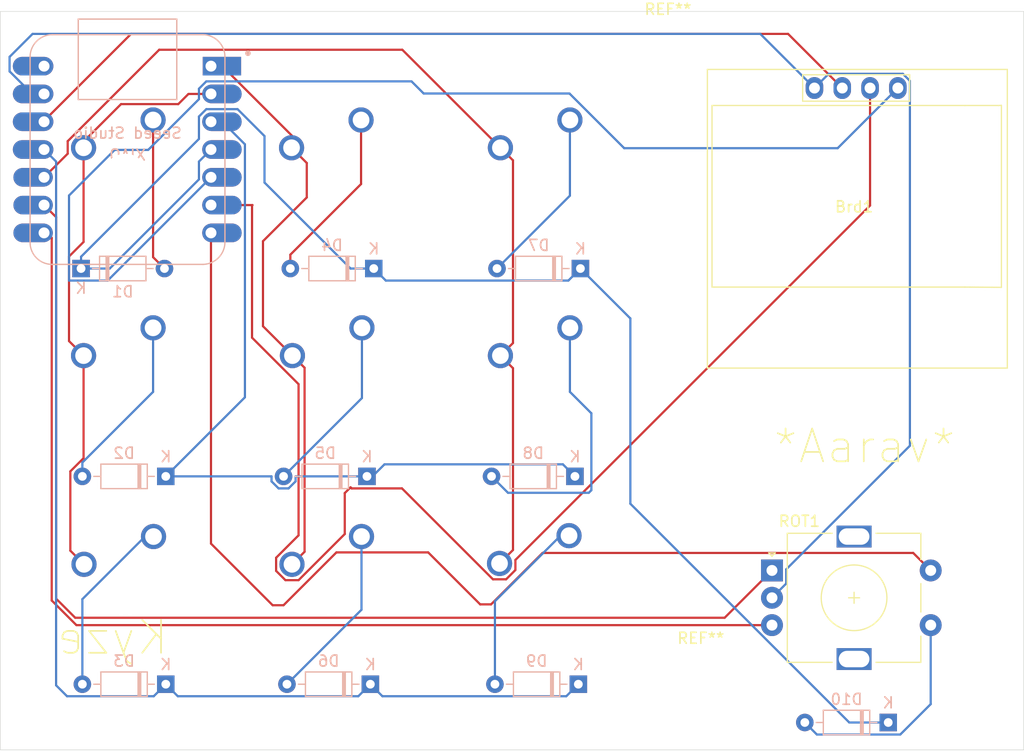
<source format=kicad_pcb>
(kicad_pcb (version 20240108) (generator "pcbnew") (generator_version "8.0")
  (layers (0 "F.Cu" signal) (31 "B.Cu" signal) (34 "B.Paste" user) (35 "F.Paste" user) (36 "B.SilkS" user "B.Silkscreen") (37 "F.SilkS" user "F.Silkscreen") (38 "B.Mask" user) (39 "F.Mask" user) (44 "Edge.Cuts" user))
  (net 0 "")
  (net 1 "Net-(D1-A)")
  (net 2 "ROW0")
  (net 3 "Net-(D2-A)")
  (net 4 "ROW1")
  (net 5 "EC11A")
  (net 6 "ROW2")
  (net 7 "GND")
  (net 8 "EC11B")
  (net 9 "COL0")
  (net 10 "COL1")
  (net 11 "Net-(D3-A)")
  (net 12 "VCC")
  (net 13 "Net-(D5-A)")
  (net 14 "Net-(D4-A)")
  (net 15 "SDA")
  (net 16 "SCL")
  (net 17 "Net-(D6-A)")
  (net 18 "COL2")
  (net 19 "Net-(D7-A)")
  (net 20 "Net-(D9-A)")
  (net 22 "Net-(D10-A)")
  (net 23 "COL3")
  (net 24 "Net-(D8-A)")
  (footprint "MX_Solderable:MX-Solderable-1U" (layer "F.Cu") (at 61.42 116.5)
    (property "Reference" "SW2")
    (property "Value" "SW_Push_45deg")
    (pad "" np_thru_hole circle (at -5.08 0 48.099) (size 1.7018 1.7018) (drill 1.7018) (layers "F&B.Cu" "*.Mask"))
    (pad "" np_thru_hole circle (at 0 0) (size 3.9878 3.9878) (drill 3.9878) (layers "*.Cu" "*.Mask"))
    (pad "" np_thru_hole circle (at 5.08 0 48.099) (size 1.7018 1.7018) (drill 1.7018) (layers "F&B.Cu" "*.Mask"))
    (pad "1" thru_hole circle (at -3.81 -2.54) (size 2.3 2.3) (drill 1.524) (layers "*.Cu" "B.Mask") (net 9 "COL0"))
    (pad "2" thru_hole circle (at 2.54 -5.08) (size 2.3 2.3) (drill 1.524) (layers "*.Cu" "B.Mask") (net 3 "Net-(D2-A)"))
  )
  (footprint "Rotary_Encoder:RotaryEncoder_Alps_EC11E-Switch_Vertical_H20mm" (layer "F.Cu") (at 120.5 133.6)
    (property "Reference" "ROT1" (at 2.5 -4.5 0) (layer "F.SilkS"))
    (property "Value" "RotaryEncoder_Switch")
    (fp_line (start -0.3 -1.6) (end 0.3 -1.6) (stroke (width 0.12)) (layer "F.SilkS"))
    (fp_line (start 0 -1.3) (end -0.3 -1.6) (stroke (width 0.12)) (layer "F.SilkS"))
    (fp_line (start 0.3 -1.6) (end 0 -1.3) (stroke (width 0.12)) (layer "F.SilkS"))
    (fp_line (start 1.4 -3.4) (end 1.4 8.4) (stroke (width 0.12)) (layer "F.SilkS"))
    (fp_line (start 5.5 -3.4) (end 1.4 -3.4) (stroke (width 0.12)) (layer "F.SilkS"))
    (fp_line (start 5.5 8.4) (end 1.4 8.4) (stroke (width 0.12)) (layer "F.SilkS"))
    (fp_line (start 7 2.5) (end 8 2.5) (stroke (width 0.12)) (layer "F.SilkS"))
    (fp_line (start 7.5 2) (end 7.5 3) (stroke (width 0.12)) (layer "F.SilkS"))
    (fp_line (start 9.5 -3.4) (end 13.6 -3.4) (stroke (width 0.12)) (layer "F.SilkS"))
    (fp_line (start 13.6 -3.4) (end 13.6 -1) (stroke (width 0.12)) (layer "F.SilkS"))
    (fp_line (start 13.6 1.2) (end 13.6 3.8) (stroke (width 0.12)) (layer "F.SilkS"))
    (fp_line (start 13.6 6) (end 13.6 8.4) (stroke (width 0.12)) (layer "F.SilkS"))
    (fp_line (start 13.6 8.4) (end 9.5 8.4) (stroke (width 0.12)) (layer "F.SilkS"))
    (fp_circle (center 7.5 2.5) (end 10.5 2.5) (stroke (width 0.12)) (fill none) (layer "F.SilkS"))
    (pad "A" thru_hole rect (at 0 0) (size 2 2) (drill 1) (layers "*.Cu" "*.Mask") (net 5 "EC11A"))
    (pad "B" thru_hole circle (at 0 5) (size 2 2) (drill 1) (layers "*.Cu" "*.Mask") (net 8 "EC11B"))
    (pad "C" thru_hole circle (at 0 2.5) (size 2 2) (drill 1) (layers "*.Cu" "*.Mask") (net 7 "GND"))
    (pad "MP" thru_hole rect (at 7.5 -3.1) (size 3.2 2) (drill oval 2.8 1.5) (layers "*.Cu" "*.Mask"))
    (pad "MP" thru_hole rect (at 7.5 8.1) (size 3.2 2) (drill oval 2.8 1.5) (layers "*.Cu" "*.Mask"))
    (pad "S1" thru_hole circle (at 14.5 5) (size 2 2) (drill 1) (layers "*.Cu" "*.Mask") (net 22 "Net-(D10-A)"))
    (pad "S2" thru_hole circle (at 14.5 0) (size 2 2) (drill 1) (layers "*.Cu" "*.Mask") (net 23 "COL3"))
  )
  (footprint "MountingHole:MountingHole_3.2mm_M3" (layer "F.Cu") (at 114 144)
    (property "Reference" "REF**" (at 0 -4.2 0) (layer "F.SilkS"))
    (property "Value" "MountingHole_3.2mm_M3")
    (pad "" np_thru_hole circle (at 0 0) (size 3.2 3.2) (drill 3.2) (layers "*.Cu" "*.Mask"))
  )
  (footprint "MX_Solderable:MX-Solderable-1U" (layer "F.Cu") (at 61.42 97.5)
    (property "Reference" "SW1")
    (property "Value" "SW_Push_45deg")
    (pad "" np_thru_hole circle (at -5.08 0 48.099) (size 1.7018 1.7018) (drill 1.7018) (layers "F&B.Cu" "*.Mask"))
    (pad "" np_thru_hole circle (at 0 0) (size 3.9878 3.9878) (drill 3.9878) (layers "*.Cu" "*.Mask"))
    (pad "" np_thru_hole circle (at 5.08 0 48.099) (size 1.7018 1.7018) (drill 1.7018) (layers "F&B.Cu" "*.Mask"))
    (pad "1" thru_hole circle (at -3.81 -2.54) (size 2.3 2.3) (drill 1.524) (layers "*.Cu" "B.Mask") (net 9 "COL0"))
    (pad "2" thru_hole circle (at 2.54 -5.08) (size 2.3 2.3) (drill 1.524) (layers "*.Cu" "B.Mask") (net 1 "Net-(D1-A)"))
  )
  (footprint "MX_Solderable:MX-Solderable-1U" (layer "F.Cu") (at 80.5 116.5)
    (property "Reference" "SW5")
    (property "Value" "SW_Push_45deg")
    (pad "" np_thru_hole circle (at -5.08 0 48.099) (size 1.7018 1.7018) (drill 1.7018) (layers "F&B.Cu" "*.Mask"))
    (pad "" np_thru_hole circle (at 0 0) (size 3.9878 3.9878) (drill 3.9878) (layers "*.Cu" "*.Mask"))
    (pad "" np_thru_hole circle (at 5.08 0 48.099) (size 1.7018 1.7018) (drill 1.7018) (layers "F&B.Cu" "*.Mask"))
    (pad "1" thru_hole circle (at -3.81 -2.54) (size 2.3 2.3) (drill 1.524) (layers "*.Cu" "B.Mask") (net 10 "COL1"))
    (pad "2" thru_hole circle (at 2.54 -5.08) (size 2.3 2.3) (drill 1.524) (layers "*.Cu" "B.Mask") (net 13 "Net-(D5-A)"))
  )
  (footprint "MX_Solderable:MX-Solderable-1U" (layer "F.Cu") (at 80.46 135.58)
    (property "Reference" "SW6")
    (property "Value" "SW_Push_45deg")
    (pad "" np_thru_hole circle (at -5.08 0 48.099) (size 1.7018 1.7018) (drill 1.7018) (layers "F&B.Cu" "*.Mask"))
    (pad "" np_thru_hole circle (at 0 0) (size 3.9878 3.9878) (drill 3.9878) (layers "*.Cu" "*.Mask"))
    (pad "" np_thru_hole circle (at 5.08 0 48.099) (size 1.7018 1.7018) (drill 1.7018) (layers "F&B.Cu" "*.Mask"))
    (pad "1" thru_hole circle (at -3.81 -2.54) (size 2.3 2.3) (drill 1.524) (layers "*.Cu" "B.Mask") (net 10 "COL1"))
    (pad "2" thru_hole circle (at 2.54 -5.08) (size 2.3 2.3) (drill 1.524) (layers "*.Cu" "B.Mask") (net 17 "Net-(D6-A)"))
  )
  (footprint "MX_Solderable:MX-Solderable-1U" (layer "F.Cu") (at 61.46 135.58)
    (property "Reference" "SW3")
    (property "Value" "SW_Push_45deg")
    (pad "" np_thru_hole circle (at -5.08 0 48.099) (size 1.7018 1.7018) (drill 1.7018) (layers "F&B.Cu" "*.Mask"))
    (pad "" np_thru_hole circle (at 0 0) (size 3.9878 3.9878) (drill 3.9878) (layers "*.Cu" "*.Mask"))
    (pad "" np_thru_hole circle (at 5.08 0 48.099) (size 1.7018 1.7018) (drill 1.7018) (layers "F&B.Cu" "*.Mask"))
    (pad "1" thru_hole circle (at -3.81 -2.54) (size 2.3 2.3) (drill 1.524) (layers "*.Cu" "B.Mask") (net 9 "COL0"))
    (pad "2" thru_hole circle (at 2.54 -5.08) (size 2.3 2.3) (drill 1.524) (layers "*.Cu" "B.Mask") (net 11 "Net-(D3-A)"))
  )
  (footprint "SSD1306:128x64OLED" (layer "F.Cu") (at 128 100.1)
    (property "Reference" "Brd1" (at 0 0.254 0) (layer "F.SilkS"))
    (property "Value" "SSD1306")
    (fp_line (start -13.4 -12.3) (end 14 -12.3) (stroke (width 0.12)) (layer "F.SilkS"))
    (fp_line (start -13.4 15) (end -13.4 -12.3) (stroke (width 0.12)) (layer "F.SilkS"))
    (fp_line (start -12.978 -9.005) (end 10.122 -9.005) (stroke (width 0.12)) (layer "F.SilkS"))
    (fp_line (start -12.978 7.595) (end -12.978 -9.005) (stroke (width 0.12)) (layer "F.SilkS"))
    (fp_line (start -4.699 -11.811) (end -4.699 -9.398) (stroke (width 0.12)) (layer "F.SilkS"))
    (fp_line (start -4.699 -11.811) (end 5.08 -11.811) (stroke (width 0.12)) (layer "F.SilkS"))
    (fp_line (start 5.08 -11.811) (end 5.08 -9.398) (stroke (width 0.12)) (layer "F.SilkS"))
    (fp_line (start 5.08 -9.398) (end -4.699 -9.398) (stroke (width 0.12)) (layer "F.SilkS"))
    (fp_line (start 10.122 -9.005) (end 13.208 -9.005) (stroke (width 0.12)) (layer "F.SilkS"))
    (fp_line (start 10.122 7.595) (end -12.978 7.595) (stroke (width 0.12)) (layer "F.SilkS"))
    (fp_line (start 10.122 7.595) (end 13.462 7.62) (stroke (width 0.12)) (layer "F.SilkS"))
    (fp_line (start 13.462 -9.017) (end 13.208 -9.005) (stroke (width 0.12)) (layer "F.SilkS"))
    (fp_line (start 13.462 7.62) (end 13.462 -9.017) (stroke (width 0.12)) (layer "F.SilkS"))
    (fp_line (start 14 -12.3) (end 14 15) (stroke (width 0.12)) (layer "F.SilkS"))
    (fp_line (start 14 15) (end -13.4 15) (stroke (width 0.12)) (layer "F.SilkS"))
    (pad "1" thru_hole oval (at -3.62 -10.6 90) (size 2 1.6) (drill 1) (layers "*.Cu" "*.Mask") (net 7 "GND"))
    (pad "2" thru_hole oval (at -1.08 -10.6 90) (size 2 1.6) (drill 1) (layers "*.Cu" "*.Mask") (net 12 "VCC"))
    (pad "3" thru_hole oval (at 1.46 -10.6 90) (size 2 1.6) (drill 1) (layers "*.Cu" "*.Mask") (net 16 "SCL"))
    (pad "4" thru_hole oval (at 4 -10.6 90) (size 2 1.6) (drill 1) (layers "*.Cu" "*.Mask") (net 15 "SDA"))
  )
  (footprint "MountingHole:MountingHole_3.2mm_M3" (layer "F.Cu") (at 111 86.5)
    (property "Reference" "REF**" (at 0 -4.2 0) (layer "F.SilkS"))
    (property "Value" "MountingHole_3.2mm_M3")
    (pad "" np_thru_hole circle (at 0 0) (size 3.2 3.2) (drill 3.2) (layers "*.Cu" "*.Mask"))
  )
  (footprint "MX_Solderable:MX-Solderable-1U" (layer "F.Cu") (at 99.5 116.5)
    (property "Reference" "SW8")
    (property "Value" "SW_Push_45deg")
    (pad "" np_thru_hole circle (at -5.08 0 48.099) (size 1.7018 1.7018) (drill 1.7018) (layers "F&B.Cu" "*.Mask"))
    (pad "" np_thru_hole circle (at 0 0) (size 3.9878 3.9878) (drill 3.9878) (layers "*.Cu" "*.Mask"))
    (pad "" np_thru_hole circle (at 5.08 0 48.099) (size 1.7018 1.7018) (drill 1.7018) (layers "F&B.Cu" "*.Mask"))
    (pad "1" thru_hole circle (at -3.81 -2.54) (size 2.3 2.3) (drill 1.524) (layers "*.Cu" "B.Mask") (net 18 "COL2"))
    (pad "2" thru_hole circle (at 2.54 -5.08) (size 2.3 2.3) (drill 1.524) (layers "*.Cu" "B.Mask") (net 24 "Net-(D8-A)"))
  )
  (footprint "MX_Solderable:MX-Solderable-1U" (layer "F.Cu") (at 80.42 97.5)
    (property "Reference" "SW4")
    (property "Value" "SW_Push_45deg")
    (pad "" np_thru_hole circle (at -5.08 0 48.099) (size 1.7018 1.7018) (drill 1.7018) (layers "F&B.Cu" "*.Mask"))
    (pad "" np_thru_hole circle (at 0 0) (size 3.9878 3.9878) (drill 3.9878) (layers "*.Cu" "*.Mask"))
    (pad "" np_thru_hole circle (at 5.08 0 48.099) (size 1.7018 1.7018) (drill 1.7018) (layers "F&B.Cu" "*.Mask"))
    (pad "1" thru_hole circle (at -3.81 -2.54) (size 2.3 2.3) (drill 1.524) (layers "*.Cu" "B.Mask") (net 10 "COL1"))
    (pad "2" thru_hole circle (at 2.54 -5.08) (size 2.3 2.3) (drill 1.524) (layers "*.Cu" "B.Mask") (net 14 "Net-(D4-A)"))
  )
  (footprint "MX_Solderable:MX-Solderable-1U" (layer "F.Cu") (at 99.5 97.5)
    (property "Reference" "SW7")
    (property "Value" "SW_Push_45deg")
    (pad "" np_thru_hole circle (at -5.08 0 48.099) (size 1.7018 1.7018) (drill 1.7018) (layers "F&B.Cu" "*.Mask"))
    (pad "" np_thru_hole circle (at 0 0) (size 3.9878 3.9878) (drill 3.9878) (layers "*.Cu" "*.Mask"))
    (pad "" np_thru_hole circle (at 5.08 0 48.099) (size 1.7018 1.7018) (drill 1.7018) (layers "F&B.Cu" "*.Mask"))
    (pad "1" thru_hole circle (at -3.81 -2.54) (size 2.3 2.3) (drill 1.524) (layers "*.Cu" "B.Mask") (net 18 "COL2"))
    (pad "2" thru_hole circle (at 2.54 -5.08) (size 2.3 2.3) (drill 1.524) (layers "*.Cu" "B.Mask") (net 19 "Net-(D7-A)"))
  )
  (footprint "MX_Solderable:MX-Solderable-1U" (layer "F.Cu") (at 99.42 135.5)
    (property "Reference" "SW9")
    (property "Value" "SW_Push_45deg")
    (pad "" np_thru_hole circle (at -5.08 0 48.099) (size 1.7018 1.7018) (drill 1.7018) (layers "F&B.Cu" "*.Mask"))
    (pad "" np_thru_hole circle (at 0 0) (size 3.9878 3.9878) (drill 3.9878) (layers "*.Cu" "*.Mask"))
    (pad "" np_thru_hole circle (at 5.08 0 48.099) (size 1.7018 1.7018) (drill 1.7018) (layers "F&B.Cu" "*.Mask"))
    (pad "1" thru_hole circle (at -3.81 -2.54) (size 2.3 2.3) (drill 1.524) (layers "*.Cu" "B.Mask") (net 18 "COL2"))
    (pad "2" thru_hole circle (at 2.54 -5.08) (size 2.3 2.3) (drill 1.524) (layers "*.Cu" "B.Mask") (net 20 "Net-(D9-A)"))
  )
  (footprint "Diode_THT:D_DO-35_SOD27_P7.62mm_Horizontal" (layer "B.Cu") (at 84.12 106 180)
    (property "Reference" "D4" (at 3.81 2.12 0) (layer "B.SilkS") (effects (justify mirror)))
    (property "Value" "D")
    (fp_line (start 5.93 1.12) (end 5.93 -1.12) (stroke (width 0.12)) (layer "B.SilkS"))
    (fp_line (start 5.93 0) (end 6.58 0) (stroke (width 0.12)) (layer "B.SilkS"))
    (fp_line (start 5.93 -1.12) (end 1.69 -1.12) (stroke (width 0.12)) (layer "B.SilkS"))
    (fp_line (start 2.53 -1.12) (end 2.53 1.12) (stroke (width 0.12)) (layer "B.SilkS"))
    (fp_line (start 2.41 -1.12) (end 2.41 1.12) (stroke (width 0.12)) (layer "B.SilkS"))
    (fp_line (start 2.29 -1.12) (end 2.29 1.12) (stroke (width 0.12)) (layer "B.SilkS"))
    (fp_line (start 1.69 1.12) (end 5.93 1.12) (stroke (width 0.12)) (layer "B.SilkS"))
    (fp_line (start 1.69 0) (end 1.04 0) (stroke (width 0.12)) (layer "B.SilkS"))
    (fp_line (start 1.69 -1.12) (end 1.69 1.12) (stroke (width 0.12)) (layer "B.SilkS"))
    (fp_text user "K" (at 0 1.8 0) (layer "B.SilkS") (effects (justify mirror)))
    (pad "1" thru_hole rect (at 0 0 180) (size 1.6 1.6) (drill 0.8) (layers "*.Cu" "*.Mask") (net 2 "ROW0"))
    (pad "2" thru_hole oval (at 7.62 0 180) (size 1.6 1.6) (drill 0.8) (layers "*.Cu" "*.Mask") (net 14 "Net-(D4-A)"))
  )
  (footprint "Diode_THT:D_DO-35_SOD27_P7.62mm_Horizontal" (layer "B.Cu") (at 65.12 125 180)
    (property "Reference" "D2" (at 3.81 2.12 0) (layer "B.SilkS") (effects (justify mirror)))
    (property "Value" "D")
    (fp_line (start 5.93 1.12) (end 5.93 -1.12) (stroke (width 0.12)) (layer "B.SilkS"))
    (fp_line (start 5.93 0) (end 6.58 0) (stroke (width 0.12)) (layer "B.SilkS"))
    (fp_line (start 5.93 -1.12) (end 1.69 -1.12) (stroke (width 0.12)) (layer "B.SilkS"))
    (fp_line (start 2.53 -1.12) (end 2.53 1.12) (stroke (width 0.12)) (layer "B.SilkS"))
    (fp_line (start 2.41 -1.12) (end 2.41 1.12) (stroke (width 0.12)) (layer "B.SilkS"))
    (fp_line (start 2.29 -1.12) (end 2.29 1.12) (stroke (width 0.12)) (layer "B.SilkS"))
    (fp_line (start 1.69 1.12) (end 5.93 1.12) (stroke (width 0.12)) (layer "B.SilkS"))
    (fp_line (start 1.69 0) (end 1.04 0) (stroke (width 0.12)) (layer "B.SilkS"))
    (fp_line (start 1.69 -1.12) (end 1.69 1.12) (stroke (width 0.12)) (layer "B.SilkS"))
    (fp_text user "K" (at 0 1.8 0) (layer "B.SilkS") (effects (justify mirror)))
    (pad "1" thru_hole rect (at 0 0 180) (size 1.6 1.6) (drill 0.8) (layers "*.Cu" "*.Mask") (net 4 "ROW1"))
    (pad "2" thru_hole oval (at 7.62 0 180) (size 1.6 1.6) (drill 0.8) (layers "*.Cu" "*.Mask") (net 3 "Net-(D2-A)"))
  )
  (footprint "Diode_THT:D_DO-35_SOD27_P7.62mm_Horizontal" (layer "B.Cu") (at 102.5 125 180)
    (property "Reference" "D8" (at 3.81 2.12 0) (layer "B.SilkS") (effects (justify mirror)))
    (property "Value" "D")
    (fp_line (start 5.93 1.12) (end 5.93 -1.12) (stroke (width 0.12)) (layer "B.SilkS"))
    (fp_line (start 5.93 0) (end 6.58 0) (stroke (width 0.12)) (layer "B.SilkS"))
    (fp_line (start 5.93 -1.12) (end 1.69 -1.12) (stroke (width 0.12)) (layer "B.SilkS"))
    (fp_line (start 2.53 -1.12) (end 2.53 1.12) (stroke (width 0.12)) (layer "B.SilkS"))
    (fp_line (start 2.41 -1.12) (end 2.41 1.12) (stroke (width 0.12)) (layer "B.SilkS"))
    (fp_line (start 2.29 -1.12) (end 2.29 1.12) (stroke (width 0.12)) (layer "B.SilkS"))
    (fp_line (start 1.69 1.12) (end 5.93 1.12) (stroke (width 0.12)) (layer "B.SilkS"))
    (fp_line (start 1.69 0) (end 1.04 0) (stroke (width 0.12)) (layer "B.SilkS"))
    (fp_line (start 1.69 -1.12) (end 1.69 1.12) (stroke (width 0.12)) (layer "B.SilkS"))
    (fp_text user "K" (at 0 1.8 0) (layer "B.SilkS") (effects (justify mirror)))
    (pad "1" thru_hole rect (at 0 0 180) (size 1.6 1.6) (drill 0.8) (layers "*.Cu" "*.Mask") (net 4 "ROW1"))
    (pad "2" thru_hole oval (at 7.62 0 180) (size 1.6 1.6) (drill 0.8) (layers "*.Cu" "*.Mask") (net 24 "Net-(D8-A)"))
  )
  (footprint "Seeed Studio XIAO Series Library:XIAO-Generic-Hybrid-14P-2.54-21X17.8MM" (layer "B.Cu") (at 61.625 95.12 180)
    (property "Reference" "U1" (at 0 -2.54 0) (layer "B.SilkS") (effects (font (size 0.889 0.889) (thickness 0.1016)) (justify mirror)))
    (property "Value" "Seeed Studio XIAO RP2040" (hide yes))
    (fp_line (start 8.9 8.5) (end 8.9 -8.5) (stroke (width 0.127)) (layer "B.SilkS"))
    (fp_line (start 6.9 -10.5) (end -6.9 -10.5) (stroke (width 0.127)) (layer "B.SilkS"))
    (fp_line (start 4.5 11.92403) (end -4.5 11.92403) (stroke (width 0.127)) (layer "B.SilkS"))
    (fp_line (start 4.5 4.57073) (end 4.5 11.92403) (stroke (width 0.127)) (layer "B.SilkS"))
    (fp_line (start -4.5 11.92403) (end -4.5 4.57073) (stroke (width 0.127)) (layer "B.SilkS"))
    (fp_line (start -4.5 4.57073) (end 4.5 4.57073) (stroke (width 0.127)) (layer "B.SilkS"))
    (fp_line (start -6.9 10.49909) (end 6.9 10.49909) (stroke (width 0.127)) (layer "B.SilkS"))
    (fp_line (start -8.9 -8.5) (end -8.9 8.5) (stroke (width 0.127)) (layer "B.SilkS"))
    (fp_arc (start 8.9 8.5) (mid 8.301492 9.901492) (end 6.9 10.5) (stroke (width 0.12)) (layer "B.SilkS"))
    (fp_arc (start 6.9 -10.5) (mid 8.314214 -9.914214) (end 8.9 -8.5) (stroke (width 0.12)) (layer "B.SilkS"))
    (fp_arc (start -6.9 10.5) (mid -8.301491 9.901491) (end -8.9 8.5) (stroke (width 0.12)) (layer "B.SilkS"))
    (fp_arc (start -8.9 -8.5) (mid -8.301423 -9.901423) (end -6.9 -10.5) (stroke (width 0.12)) (layer "B.SilkS"))
    (fp_circle (center -11 8.8) (end -11 9.054) (fill solid) (layer "B.SilkS"))
    (fp_poly (pts (xy -8.887715 8.561705) (xy -8.884667 8.610473) (xy -8.880603 8.659494)) (stroke (width 0.0254)) (fill none) (layer "B.SilkS"))
    (fp_poly (pts (xy 8.889492 -8.521574) (xy 8.887713 -8.57085) (xy 8.884665 -8.619618) (xy 8.880601 -8.668639) (xy 8.875268 -8.717407) (xy 8.868664 -8.766175) (xy 8.861044 -8.81469) (xy 8.852153 -8.86295) (xy 8.842248 -8.910955)) (stroke (width 0.0254)) (fill none) (layer "B.SilkS"))
    (fp_text user "XIAO" (at 0 -0.5 0) (layer "B.SilkS") (effects (justify mirror)))
    (fp_text user "Seeed Studio" (at 0 1.5 0) (layer "B.SilkS") (effects (justify mirror)))
    (pad "1" thru_hole rect (at -7.625 7.62 180) (size 3.5 1.7) (drill 1 (offset -1 0)) (layers "*.Cu" "*.Mask") (net 10 "COL1"))
    (pad "2" thru_hole oval (at -7.625 5.08 180) (size 3.6 1.7) (drill 1 (offset -1 0)) (layers "*.Cu" "*.Mask") (net 9 "COL0"))
    (pad "3" thru_hole oval (at -7.625 2.54 180) (size 3.6 1.7) (drill 1 (offset -1 0)) (layers "*.Cu" "*.Mask") (net 4 "ROW1"))
    (pad "4" thru_hole oval (at -7.625 0 180) (size 3.6 1.7) (drill 1 (offset -1 0)) (layers "*.Cu" "*.Mask") (net 2 "ROW0"))
    (pad "5" thru_hole oval (at -7.625 -2.54 180) (size 3.6 1.7) (drill 1 (offset -1 0)) (layers "*.Cu" "*.Mask") (net 15 "SDA"))
    (pad "6" thru_hole oval (at -7.625 -5.08) (size 3.6 1.7) (drill 1 (offset 1 0)) (layers "*.Cu" "*.Mask") (net 16 "SCL"))
    (pad "7" thru_hole oval (at -7.625 -7.62 180) (size 3.6 1.7) (drill 1 (offset -1 0)) (layers "*.Cu" "*.Mask") (net 23 "COL3"))
    (pad "8" thru_hole oval (at 7.625 -7.62 180) (size 3.6 1.7) (drill 1 (offset 1 0)) (layers "*.Cu" "*.Mask") (net 8 "EC11B"))
    (pad "9" thru_hole oval (at 7.625 -5.08 180) (size 3.6 1.7) (drill 1 (offset 1 0)) (layers "*.Cu" "*.Mask") (net 5 "EC11A"))
    (pad "10" thru_hole oval (at 7.625 -2.54 180) (size 3.6 1.7) (drill 1 (offset 1 0)) (layers "*.Cu" "*.Mask") (net 18 "COL2"))
    (pad "11" thru_hole oval (at 7.625 0 180) (size 3.7 1.7) (drill 1 (offset 1 0)) (layers "*.Cu" "*.Mask") (net 6 "ROW2"))
    (pad "12" thru_hole oval (at 7.625 2.54 180) (size 3.7 1.7) (drill 1 (offset 1 0)) (layers "*.Cu" "*.Mask") (net 12 "VCC"))
    (pad "13" thru_hole oval (at 7.625 5.08 180) (size 3.7 1.7) (drill 1 (offset 1 0)) (layers "*.Cu" "*.Mask") (net 7 "GND"))
    (pad "14" thru_hole oval (at 7.625 7.62 180) (size 3.7 1.7) (drill 1 (offset 1 0)) (layers "*.Cu" "*.Mask"))
  )
  (footprint "Diode_THT:D_DO-35_SOD27_P7.62mm_Horizontal" (layer "B.Cu") (at 65.12 144 180)
    (property "Reference" "D3" (at 3.81 2.12 0) (layer "B.SilkS") (effects (justify mirror)))
    (property "Value" "D")
    (fp_line (start 5.93 1.12) (end 5.93 -1.12) (stroke (width 0.12)) (layer "B.SilkS"))
    (fp_line (start 5.93 0) (end 6.58 0) (stroke (width 0.12)) (layer "B.SilkS"))
    (fp_line (start 5.93 -1.12) (end 1.69 -1.12) (stroke (width 0.12)) (layer "B.SilkS"))
    (fp_line (start 2.53 -1.12) (end 2.53 1.12) (stroke (width 0.12)) (layer "B.SilkS"))
    (fp_line (start 2.41 -1.12) (end 2.41 1.12) (stroke (width 0.12)) (layer "B.SilkS"))
    (fp_line (start 2.29 -1.12) (end 2.29 1.12) (stroke (width 0.12)) (layer "B.SilkS"))
    (fp_line (start 1.69 1.12) (end 5.93 1.12) (stroke (width 0.12)) (layer "B.SilkS"))
    (fp_line (start 1.69 0) (end 1.04 0) (stroke (width 0.12)) (layer "B.SilkS"))
    (fp_line (start 1.69 -1.12) (end 1.69 1.12) (stroke (width 0.12)) (layer "B.SilkS"))
    (fp_text user "K" (at 0 1.8 0) (layer "B.SilkS") (effects (justify mirror)))
    (pad "1" thru_hole rect (at 0 0 180) (size 1.6 1.6) (drill 0.8) (layers "*.Cu" "*.Mask") (net 6 "ROW2"))
    (pad "2" thru_hole oval (at 7.62 0 180) (size 1.6 1.6) (drill 0.8) (layers "*.Cu" "*.Mask") (net 11 "Net-(D3-A)"))
  )
  (footprint "Diode_THT:D_DO-35_SOD27_P7.62mm_Horizontal" (layer "B.Cu") (at 57.38 106)
    (property "Reference" "D1" (at 3.81 2.12 0) (layer "B.SilkS") (effects (justify mirror)))
    (property "Value" "D")
    (fp_line (start 1.69 -1.12) (end 1.69 1.12) (stroke (width 0.12)) (layer "B.SilkS"))
    (fp_line (start 1.69 0) (end 1.04 0) (stroke (width 0.12)) (layer "B.SilkS"))
    (fp_line (start 1.69 1.12) (end 5.93 1.12) (stroke (width 0.12)) (layer "B.SilkS"))
    (fp_line (start 2.29 -1.12) (end 2.29 1.12) (stroke (width 0.12)) (layer "B.SilkS"))
    (fp_line (start 2.41 -1.12) (end 2.41 1.12) (stroke (width 0.12)) (layer "B.SilkS"))
    (fp_line (start 2.53 -1.12) (end 2.53 1.12) (stroke (width 0.12)) (layer "B.SilkS"))
    (fp_line (start 5.93 -1.12) (end 1.69 -1.12) (stroke (width 0.12)) (layer "B.SilkS"))
    (fp_line (start 5.93 0) (end 6.58 0) (stroke (width 0.12)) (layer "B.SilkS"))
    (fp_line (start 5.93 1.12) (end 5.93 -1.12) (stroke (width 0.12)) (layer "B.SilkS"))
    (fp_text user "K" (at 0 1.8 0) (layer "B.SilkS") (effects (justify mirror)))
    (pad "1" thru_hole rect (at 0 0) (size 1.6 1.6) (drill 0.8) (layers "*.Cu" "*.Mask") (net 2 "ROW0"))
    (pad "2" thru_hole oval (at 7.62 0) (size 1.6 1.6) (drill 0.8) (layers "*.Cu" "*.Mask") (net 1 "Net-(D1-A)"))
  )
  (footprint "Diode_THT:D_DO-35_SOD27_P7.62mm_Horizontal" (layer "B.Cu") (at 83.81 144 180)
    (property "Reference" "D6" (at 3.81 2.12 0) (layer "B.SilkS") (effects (justify mirror)))
    (property "Value" "D")
    (fp_line (start 5.93 1.12) (end 5.93 -1.12) (stroke (width 0.12)) (layer "B.SilkS"))
    (fp_line (start 5.93 0) (end 6.58 0) (stroke (width 0.12)) (layer "B.SilkS"))
    (fp_line (start 5.93 -1.12) (end 1.69 -1.12) (stroke (width 0.12)) (layer "B.SilkS"))
    (fp_line (start 2.53 -1.12) (end 2.53 1.12) (stroke (width 0.12)) (layer "B.SilkS"))
    (fp_line (start 2.41 -1.12) (end 2.41 1.12) (stroke (width 0.12)) (layer "B.SilkS"))
    (fp_line (start 2.29 -1.12) (end 2.29 1.12) (stroke (width 0.12)) (layer "B.SilkS"))
    (fp_line (start 1.69 1.12) (end 5.93 1.12) (stroke (width 0.12)) (layer "B.SilkS"))
    (fp_line (start 1.69 0) (end 1.04 0) (stroke (width 0.12)) (layer "B.SilkS"))
    (fp_line (start 1.69 -1.12) (end 1.69 1.12) (stroke (width 0.12)) (layer "B.SilkS"))
    (fp_text user "K" (at 0 1.8 0) (layer "B.SilkS") (effects (justify mirror)))
    (pad "1" thru_hole rect (at 0 0 180) (size 1.6 1.6) (drill 0.8) (layers "*.Cu" "*.Mask") (net 6 "ROW2"))
    (pad "2" thru_hole oval (at 7.62 0 180) (size 1.6 1.6) (drill 0.8) (layers "*.Cu" "*.Mask") (net 17 "Net-(D6-A)"))
  )
  (footprint "Diode_THT:D_DO-35_SOD27_P7.62mm_Horizontal" (layer "B.Cu") (at 102.81 144 180)
    (property "Reference" "D9" (at 3.81 2.12 0) (layer "B.SilkS") (effects (justify mirror)))
    (property "Value" "D")
    (fp_line (start 5.93 1.12) (end 5.93 -1.12) (stroke (width 0.12)) (layer "B.SilkS"))
    (fp_line (start 5.93 0) (end 6.58 0) (stroke (width 0.12)) (layer "B.SilkS"))
    (fp_line (start 5.93 -1.12) (end 1.69 -1.12) (stroke (width 0.12)) (layer "B.SilkS"))
    (fp_line (start 2.53 -1.12) (end 2.53 1.12) (stroke (width 0.12)) (layer "B.SilkS"))
    (fp_line (start 2.41 -1.12) (end 2.41 1.12) (stroke (width 0.12)) (layer "B.SilkS"))
    (fp_line (start 2.29 -1.12) (end 2.29 1.12) (stroke (width 0.12)) (layer "B.SilkS"))
    (fp_line (start 1.69 1.12) (end 5.93 1.12) (stroke (width 0.12)) (layer "B.SilkS"))
    (fp_line (start 1.69 0) (end 1.04 0) (stroke (width 0.12)) (layer "B.SilkS"))
    (fp_line (start 1.69 -1.12) (end 1.69 1.12) (stroke (width 0.12)) (layer "B.SilkS"))
    (fp_text user "K" (at 0 1.8 0) (layer "B.SilkS") (effects (justify mirror)))
    (pad "1" thru_hole rect (at 0 0 180) (size 1.6 1.6) (drill 0.8) (layers "*.Cu" "*.Mask") (net 6 "ROW2"))
    (pad "2" thru_hole oval (at 7.62 0 180) (size 1.6 1.6) (drill 0.8) (layers "*.Cu" "*.Mask") (net 20 "Net-(D9-A)"))
  )
  (footprint "Diode_THT:D_DO-35_SOD27_P7.62mm_Horizontal" (layer "B.Cu") (at 103 106 180)
    (property "Reference" "D7" (at 3.81 2.12 0) (layer "B.SilkS") (effects (justify mirror)))
    (property "Value" "D")
    (fp_line (start 5.93 1.12) (end 5.93 -1.12) (stroke (width 0.12)) (layer "B.SilkS"))
    (fp_line (start 5.93 0) (end 6.58 0) (stroke (width 0.12)) (layer "B.SilkS"))
    (fp_line (start 5.93 -1.12) (end 1.69 -1.12) (stroke (width 0.12)) (layer "B.SilkS"))
    (fp_line (start 2.53 -1.12) (end 2.53 1.12) (stroke (width 0.12)) (layer "B.SilkS"))
    (fp_line (start 2.41 -1.12) (end 2.41 1.12) (stroke (width 0.12)) (layer "B.SilkS"))
    (fp_line (start 2.29 -1.12) (end 2.29 1.12) (stroke (width 0.12)) (layer "B.SilkS"))
    (fp_line (start 1.69 1.12) (end 5.93 1.12) (stroke (width 0.12)) (layer "B.SilkS"))
    (fp_line (start 1.69 0) (end 1.04 0) (stroke (width 0.12)) (layer "B.SilkS"))
    (fp_line (start 1.69 -1.12) (end 1.69 1.12) (stroke (width 0.12)) (layer "B.SilkS"))
    (fp_text user "K" (at 0 1.8 0) (layer "B.SilkS") (effects (justify mirror)))
    (pad "1" thru_hole rect (at 0 0 180) (size 1.6 1.6) (drill 0.8) (layers "*.Cu" "*.Mask") (net 2 "ROW0"))
    (pad "2" thru_hole oval (at 7.62 0 180) (size 1.6 1.6) (drill 0.8) (layers "*.Cu" "*.Mask") (net 19 "Net-(D7-A)"))
  )
  (footprint "Diode_THT:D_DO-35_SOD27_P7.62mm_Horizontal" (layer "B.Cu") (at 131.12 147.5 180)
    (property "Reference" "D10" (at 3.81 2.12 0) (layer "B.SilkS") (effects (justify mirror)))
    (property "Value" "D")
    (fp_line (start 5.93 1.12) (end 5.93 -1.12) (stroke (width 0.12)) (layer "B.SilkS"))
    (fp_line (start 5.93 0) (end 6.58 0) (stroke (width 0.12)) (layer "B.SilkS"))
    (fp_line (start 5.93 -1.12) (end 1.69 -1.12) (stroke (width 0.12)) (layer "B.SilkS"))
    (fp_line (start 2.53 -1.12) (end 2.53 1.12) (stroke (width 0.12)) (layer "B.SilkS"))
    (fp_line (start 2.41 -1.12) (end 2.41 1.12) (stroke (width 0.12)) (layer "B.SilkS"))
    (fp_line (start 2.29 -1.12) (end 2.29 1.12) (stroke (width 0.12)) (layer "B.SilkS"))
    (fp_line (start 1.69 1.12) (end 5.93 1.12) (stroke (width 0.12)) (layer "B.SilkS"))
    (fp_line (start 1.69 0) (end 1.04 0) (stroke (width 0.12)) (layer "B.SilkS"))
    (fp_line (start 1.69 -1.12) (end 1.69 1.12) (stroke (width 0.12)) (layer "B.SilkS"))
    (fp_text user "K" (at 0 1.8 0) (layer "B.SilkS") (effects (justify mirror)))
    (pad "1" thru_hole rect (at 0 0 180) (size 1.6 1.6) (drill 0.8) (layers "*.Cu" "*.Mask") (net 2 "ROW0"))
    (pad "2" thru_hole oval (at 7.62 0 180) (size 1.6 1.6) (drill 0.8) (layers "*.Cu" "*.Mask") (net 22 "Net-(D10-A)"))
  )
  (footprint "Diode_THT:D_DO-35_SOD27_P7.62mm_Horizontal" (layer "B.Cu") (at 83.5 125 180)
    (property "Reference" "D5" (at 3.81 2.12 0) (layer "B.SilkS") (effects (justify mirror)))
    (property "Value" "D")
    (fp_line (start 5.93 1.12) (end 5.93 -1.12) (stroke (width 0.12)) (layer "B.SilkS"))
    (fp_line (start 5.93 0) (end 6.58 0) (stroke (width 0.12)) (layer "B.SilkS"))
    (fp_line (start 5.93 -1.12) (end 1.69 -1.12) (stroke (width 0.12)) (layer "B.SilkS"))
    (fp_line (start 2.53 -1.12) (end 2.53 1.12) (stroke (width 0.12)) (layer "B.SilkS"))
    (fp_line (start 2.41 -1.12) (end 2.41 1.12) (stroke (width 0.12)) (layer "B.SilkS"))
    (fp_line (start 2.29 -1.12) (end 2.29 1.12) (stroke (width 0.12)) (layer "B.SilkS"))
    (fp_line (start 1.69 1.12) (end 5.93 1.12) (stroke (width 0.12)) (layer "B.SilkS"))
    (fp_line (start 1.69 0) (end 1.04 0) (stroke (width 0.12)) (layer "B.SilkS"))
    (fp_line (start 1.69 -1.12) (end 1.69 1.12) (stroke (width 0.12)) (layer "B.SilkS"))
    (fp_text user "K" (at 0 1.8 0) (layer "B.SilkS") (effects (justify mirror)))
    (pad "1" thru_hole rect (at 0 0 180) (size 1.6 1.6) (drill 0.8) (layers "*.Cu" "*.Mask") (net 4 "ROW1"))
    (pad "2" thru_hole oval (at 7.62 0 180) (size 1.6 1.6) (drill 0.8) (layers "*.Cu" "*.Mask") (net 13 "Net-(D5-A)"))
  )
  (gr_rect (start 50 82.5) (end 143.5 150) (stroke (width 0.05)) (fill none) (layer "Edge.Cuts"))
  (gr_text "*Aarav*" (at 120.5 124 0) (layer "F.SilkS") (effects (font (size 3 3)) (justify left bottom)))
  (gr_text "Kyze" (at 65.5 141.5 -0) (layer "F.SilkS") (effects (font (size 3 3)) (justify left bottom mirror)))
  (segment (start 63.96 104.96) (end 65 106) (width 0.2) (layer "F.Cu") (net 1))
  (segment (start 63.96 92.42) (end 63.96 104.96) (width 0.2) (layer "F.Cu") (net 1))
  (segment (start 68.15 94.151671) (end 68.15 92.103654) (width 0.2) (layer "B.Cu") (net 2))
  (segment (start 57.38 106) (end 57.38 104.921671) (width 0.2) (layer "B.Cu") (net 2))
  (segment (start 68.15 97.85) (end 60 106) (width 0.2) (layer "B.Cu") (net 2))
  (segment (start 127.561522 147.5) (end 131.12 147.5) (width 0.2) (layer "B.Cu") (net 2))
  (segment (start 68.15 92.103654) (end 68.823654 91.43) (width 0.2) (layer "B.Cu") (net 2))
  (segment (start 84.12 106) (end 85.22 107.1) (width 0.2) (layer "B.Cu") (net 2))
  (segment (start 74.1391 98.1391) (end 82 106) (width 0.2) (layer "B.Cu") (net 2))
  (segment (start 101.9 107.1) (end 103 106) (width 0.2) (layer "B.Cu") (net 2))
  (segment (start 71.676346 91.43) (end 74.1391 93.892754) (width 0.2) (layer "B.Cu") (net 2))
  (segment (start 85.22 107.1) (end 101.9 107.1) (width 0.2) (layer "B.Cu") (net 2))
  (segment (start 82 106) (end 84.12 106) (width 0.2) (layer "B.Cu") (net 2))
  (segment (start 68.823654 91.43) (end 71.676346 91.43) (width 0.2) (layer "B.Cu") (net 2))
  (segment (start 60 106) (end 57.38 106) (width 0.2) (layer "B.Cu") (net 2))
  (segment (start 57.38 104.921671) (end 68.15 94.151671) (width 0.2) (layer "B.Cu") (net 2))
  (segment (start 107.561522 127.5) (end 107.561522 110.561522) (width 0.2) (layer "B.Cu") (net 2))
  (segment (start 69.25 95.12) (end 68.15 96.22) (width 0.2) (layer "B.Cu") (net 2))
  (segment (start 107.561522 110.561522) (end 103 106) (width 0.2) (layer "B.Cu") (net 2))
  (segment (start 107.561522 127.5) (end 127.561522 147.5) (width 0.2) (layer "B.Cu") (net 2))
  (segment (start 68.15 96.22) (end 68.15 97.85) (width 0.2) (layer "B.Cu") (net 2))
  (segment (start 74.1391 93.892754) (end 74.1391 98.1391) (width 0.2) (layer "B.Cu") (net 2))
  (segment (start 57.5 123.734775) (end 57.5 125) (width 0.2) (layer "B.Cu") (net 3))
  (segment (start 63.96 117.274775) (end 57.5 123.734775) (width 0.2) (layer "B.Cu") (net 3))
  (segment (start 63.96 111.42) (end 63.96 117.274775) (width 0.2) (layer "B.Cu") (net 3))
  (segment (start 69.25 92.58) (end 70.286346 92.58) (width 0.2) (layer "F.Cu") (net 4))
  (segment (start 65.12 125) (end 74.78 125) (width 0.2) (layer "B.Cu") (net 4))
  (segment (start 76.335635 126.1) (end 76.98 125.455635) (width 0.2) (layer "B.Cu") (net 4))
  (segment (start 69.25 92.58) (end 70.286346 92.58) (width 0.2) (layer "B.Cu") (net 4))
  (segment (start 74.78 125.455635) (end 75.424365 126.1) (width 0.2) (layer "B.Cu") (net 4))
  (segment (start 76.98 125.455635) (end 76.98 125) (width 0.2) (layer "B.Cu") (net 4))
  (segment (start 83.5 125) (end 84 125) (width 0.2) (layer "B.Cu") (net 4))
  (segment (start 74.78 125) (end 74.78 125.455635) (width 0.2) (layer "B.Cu") (net 4))
  (segment (start 85.1 123.9) (end 101.4 123.9) (width 0.2) (layer "B.Cu") (net 4))
  (segment (start 84 125) (end 85.1 123.9) (width 0.2) (layer "B.Cu") (net 4))
  (segment (start 72.35 94.643654) (end 72.35 117.77) (width 0.2) (layer "B.Cu") (net 4))
  (segment (start 101.4 123.9) (end 102.5 125) (width 0.2) (layer "B.Cu") (net 4))
  (segment (start 75.424365 126.1) (end 76.335635 126.1) (width 0.2) (layer "B.Cu") (net 4))
  (segment (start 70.286346 92.58) (end 72.35 94.643654) (width 0.2) (layer "B.Cu") (net 4))
  (segment (start 72.35 117.77) (end 65.12 125) (width 0.2) (layer "B.Cu") (net 4))
  (segment (start 76.98 125) (end 83.5 125) (width 0.2) (layer "B.Cu") (net 4))
  (segment (start 69.25 92.58) (end 69.731827 93.061827) (width 0.2) (layer "B.Cu") (net 4))
  (segment (start 54 100.2) (end 55.1 101.3) (width 0.2) (layer "F.Cu") (net 5))
  (segment (start 55.1 101.3) (end 55.1 136.18) (width 0.2) (layer "F.Cu") (net 5))
  (segment (start 55.1 136.18) (end 56.8439 137.9239) (width 0.2) (layer "F.Cu") (net 5))
  (segment (start 116.1761 137.9239) (end 120.5 133.6) (width 0.2) (layer "F.Cu") (net 5))
  (segment (start 56.8439 137.9239) (end 116.1761 137.9239) (width 0.2) (layer "F.Cu") (net 5))
  (segment (start 83.81 144) (end 82.71 145.1) (width 0.2) (layer "B.Cu") (net 6))
  (segment (start 101.71 145.1) (end 84.91 145.1) (width 0.2) (layer "B.Cu") (net 6))
  (segment (start 82.71 145.1) (end 66.22 145.1) (width 0.2) (layer "B.Cu") (net 6))
  (segment (start 65.12 144) (end 64.02 145.1) (width 0.2) (layer "B.Cu") (net 6))
  (segment (start 102.81 144) (end 101.71 145.1) (width 0.2) (layer "B.Cu") (net 6))
  (segment (start 66.22 145.1) (end 65.12 144) (width 0.2) (layer "B.Cu") (net 6))
  (segment (start 64.02 145.1) (end 56.1 145.1) (width 0.2) (layer "B.Cu") (net 6))
  (segment (start 56.1 145.1) (end 55.1 144.1) (width 0.2) (layer "B.Cu") (net 6))
  (segment (start 84.91 145.1) (end 83.81 144) (width 0.2) (layer "B.Cu") (net 6))
  (segment (start 55.1 144.1) (end 55.1 96.22) (width 0.2) (layer "B.Cu") (net 6))
  (segment (start 55.1 96.22) (end 54 95.12) (width 0.2) (layer "B.Cu") (net 6))
  (segment (start 50.85 87.976346) (end 50.85 86.65) (width 0.2) (layer "B.Cu") (net 7))
  (segment (start 52.913654 90.04) (end 50.85 87.976346) (width 0.2) (layer "B.Cu") (net 7))
  (segment (start 119.43 84.55) (end 124.38 89.5) (width 0.2) (layer "B.Cu") (net 7))
  (segment (start 133.1 88.844365) (end 133.1 122.2) (width 0.2) (layer "B.Cu") (net 7))
  (segment (start 54 90.04) (end 52.913654 90.04) (width 0.2) (layer "B.Cu") (net 7))
  (segment (start 133.1 122.2) (end 121.8 133.5) (width 0.2) (layer "B.Cu") (net 7))
  (segment (start 124.38 89.5) (end 125.68 88.2) (width 0.2) (layer "B.Cu") (net 7))
  (segment (start 121.8 134.8) (end 120.5 136.1) (width 0.2) (layer "B.Cu") (net 7))
  (segment (start 121.8 133.5) (end 121.8 134.8) (width 0.2) (layer "B.Cu") (net 7))
  (segment (start 124.38 89.5) (end 124.5 89.62) (width 0.2) (layer "B.Cu") (net 7))
  (segment (start 52.95 84.55) (end 119.43 84.55) (width 0.2) (layer "B.Cu") (net 7))
  (segment (start 132.455635 88.2) (end 133.1 88.844365) (width 0.2) (layer "B.Cu") (net 7))
  (segment (start 50.85 86.65) (end 52.95 84.55) (width 0.2) (layer "B.Cu") (net 7))
  (segment (start 125.68 88.2) (end 132.455635 88.2) (width 0.2) (layer "B.Cu") (net 7))
  (segment (start 56.954314 138.6) (end 120.5 138.6) (width 0.2) (layer "F.Cu") (net 8))
  (segment (start 54.24 102.74) (end 54.7 103.2) (width 0.2) (layer "F.Cu") (net 8))
  (segment (start 54 102.74) (end 54.24 102.74) (width 0.2) (layer "F.Cu") (net 8))
  (segment (start 54.7 103.2) (end 54.7 136.345686) (width 0.2) (layer "F.Cu") (net 8))
  (segment (start 54.7 136.345686) (end 56.954314 138.6) (width 0.2) (layer "F.Cu") (net 8))
  (segment (start 57.61 123.334365) (end 56.4 124.544365) (width 0.2) (layer "F.Cu") (net 9))
  (segment (start 56.4 124.544365) (end 56.4 131.79) (width 0.2) (layer "F.Cu") (net 9))
  (segment (start 61.03 90.97) (end 57.61 94.39) (width 0.2) (layer "F.Cu") (net 9))
  (segment (start 57.61 113.96) (end 57.61 123.334365) (width 0.2) (layer "F.Cu") (net 9))
  (segment (start 56.28 112.63) (end 57.61 113.96) (width 0.2) (layer "F.Cu") (net 9))
  (segment (start 56.4 131.79) (end 57.65 133.04) (width 0.2) (layer "F.Cu") (net 9))
  (segment (start 69.25 90.04) (end 67.19 90.04) (width 0.2) (layer "F.Cu") (net 9))
  (segment (start 67.19 90.04) (end 66.26 90.97) (width 0.2) (layer "F.Cu") (net 9))
  (segment (start 66.26 90.97) (end 61.03 90.97) (width 0.2) (layer "F.Cu") (net 9))
  (segment (start 57.61 103.57) (end 56.28 104.9) (width 0.2) (layer "F.Cu") (net 9))
  (segment (start 57.61 94.96) (end 57.61 103.57) (width 0.2) (layer "F.Cu") (net 9))
  (segment (start 57.61 94.39) (end 57.61 94.96) (width 0.2) (layer "F.Cu") (net 9))
  (segment (start 56.28 104.9) (end 56.28 112.63) (width 0.2) (layer "F.Cu") (net 9))
  (segment (start 76.61 93.823654) (end 76.61 94.96) (width 0.2) (layer "F.Cu") (net 10))
  (segment (start 78 99.5) (end 74 103.5) (width 0.2) (layer "F.Cu") (net 10))
  (segment (start 74 111.27) (end 76.69 113.96) (width 0.2) (layer "F.Cu") (net 10))
  (segment (start 69.25 87.5) (end 70.286346 87.5) (width 0.2) (layer "F.Cu") (net 10))
  (segment (start 70.286346 87.5) (end 76.61 93.823654) (width 0.2) (layer "F.Cu") (net 10))
  (segment (start 76.61 94.96) (end 78 96.35) (width 0.2) (layer "F.Cu") (net 10))
  (segment (start 77.8 115.07) (end 76.69 113.96) (width 0.2) (layer "F.Cu") (net 10))
  (segment (start 74 103.5) (end 74 111.27) (width 0.2) (layer "F.Cu") (net 10))
  (segment (start 78 96.35) (end 78 99.5) (width 0.2) (layer "F.Cu") (net 10))
  (segment (start 77.8 131.89) (end 77.8 115.07) (width 0.2) (layer "F.Cu") (net 10))
  (segment (start 76.65 133.04) (end 77.8 131.89) (width 0.2) (layer "F.Cu") (net 10))
  (segment (start 57.5 144) (end 57.5 136.225225) (width 0.2) (layer "B.Cu") (net 11))
  (segment (start 57.5 136.225225) (end 63.225225 130.5) (width 0.2) (layer "B.Cu") (net 11))
  (segment (start 63.225225 130.5) (end 64 130.5) (width 0.2) (layer "B.Cu") (net 11))
  (segment (start 54 92.58) (end 54 92.5) (width 0.2) (layer "F.Cu") (net 12))
  (segment (start 54 92.5) (end 61.95 84.55) (width 0.2) (layer "F.Cu") (net 12))
  (segment (start 61.95 84.55) (end 121.97 84.55) (width 0.2) (layer "F.Cu") (net 12))
  (segment (start 121.97 84.55) (end 126.92 89.5) (width 0.2) (layer "F.Cu") (net 12))
  (segment (start 83.04 111.42) (end 83.04 117.84) (width 0.2) (layer "B.Cu") (net 13))
  (segment (start 83.04 117.84) (end 75.88 125) (width 0.2) (layer "B.Cu") (net 13))
  (segment (start 76.5 104.734775) (end 76.5 106) (width 0.2) (layer "F.Cu") (net 14))
  (segment (start 82.96 98.274775) (end 76.5 104.734775) (width 0.2) (layer "F.Cu") (net 14))
  (segment (start 82.96 92.42) (end 82.96 98.274775) (width 0.2) (layer "F.Cu") (net 14))
  (segment (start 59.81 107.1) (end 69.25 97.66) (width 0.2) (layer "B.Cu") (net 15))
  (segment (start 107 95) (end 102 90) (width 0.2) (layer "B.Cu") (net 15))
  (segment (start 132 89.5) (end 126.5 95) (width 0.2) (layer "B.Cu") (net 15))
  (segment (start 68.823654 88.89) (end 68.15 89.563654) (width 0.2) (layer "B.Cu") (net 15))
  (segment (start 68.15 90.516346) (end 63.510246 95.1561) (width 0.2) (layer "B.Cu") (net 15))
  (segment (start 88.67939 90) (end 87.56939 88.89) (width 0.2) (layer "B.Cu") (net 15))
  (segment (start 87.56939 88.89) (end 68.823654 88.89) (width 0.2) (layer "B.Cu") (net 15))
  (segment (start 56.28 107.1) (end 59.81 107.1) (width 0.2) (layer "B.Cu") (net 15))
  (segment (start 60.449125 95.1561) (end 56.28 99.325225) (width 0.2) (layer "B.Cu") (net 15))
  (segment (start 68.15 89.563654) (end 68.15 90.516346) (width 0.2) (layer "B.Cu") (net 15))
  (segment (start 63.510246 95.1561) (end 60.449125 95.1561) (width 0.2) (layer "B.Cu") (net 15))
  (segment (start 56.28 99.325225) (end 56.28 107.1) (width 0.2) (layer "B.Cu") (net 15))
  (segment (start 102 90) (end 88.67939 90) (width 0.2) (layer "B.Cu") (net 15))
  (segment (start 126.5 95) (end 107 95) (width 0.2) (layer "B.Cu") (net 15))
  (segment (start 82 126) (end 82.1 126.1) (width 0.2) (layer "F.Cu") (net 16))
  (segment (start 129.46 100.24) (end 129.46 89.5) (width 0.2) (layer "F.Cu") (net 16))
  (segment (start 73.04 100.2) (end 73 100.24) (width 0.2) (layer "F.Cu") (net 16))
  (segment (start 81.470875 126.529125) (end 82 126) (width 0.2) (layer "F.Cu") (net 16))
  (segment (start 77.25061 116.57122) (end 77.25061 130.38878) (width 0.2) (layer "F.Cu") (net 16))
  (segment (start 77.25061 130.38878) (end 75.2 132.43939) (width 0.2) (layer "F.Cu") (net 16))
  (segment (start 97.06 133.56061) (end 97.06 132.64) (width 0.2) (layer "F.Cu") (net 16))
  (segment (start 81.470875 130.269735) (end 81.470875 126.529125) (width 0.2) (layer "F.Cu") (net 16))
  (segment (start 96.21061 134.41) (end 97.06 133.56061) (width 0.2) (layer "F.Cu") (net 16))
  (segment (start 77.25061 134.49) (end 81.470875 130.269735) (width 0.2) (layer "F.Cu") (net 16))
  (segment (start 86.69939 126.1) (end 95.00939 134.41) (width 0.2) (layer "F.Cu") (net 16))
  (segment (start 73 112.32061) (end 77.25061 116.57122) (width 0.2) (layer "F.Cu") (net 16))
  (segment (start 75.2 133.64061) (end 76.04939 134.49) (width 0.2) (layer "F.Cu") (net 16))
  (segment (start 95.00939 134.41) (end 96.21061 134.41) (width 0.2) (layer "F.Cu") (net 16))
  (segment (start 97.06 132.64) (end 129.46 100.24) (width 0.2) (layer "F.Cu") (net 16))
  (segment (start 76.04939 134.49) (end 77.25061 134.49) (width 0.2) (layer "F.Cu") (net 16))
  (segment (start 75.2 132.43939) (end 75.2 133.64061) (width 0.2) (layer "F.Cu") (net 16))
  (segment (start 73 100.24) (end 73 112.32061) (width 0.2) (layer "F.Cu") (net 16))
  (segment (start 82.1 126.1) (end 86.69939 126.1) (width 0.2) (layer "F.Cu") (net 16))
  (segment (start 69.25 100.2) (end 73.04 100.2) (width 0.2) (layer "F.Cu") (net 16))
  (segment (start 76.19 144) (end 83 137.19) (width 0.2) (layer "B.Cu") (net 17))
  (segment (start 83 137.19) (end 83 130.5) (width 0.2) (layer "B.Cu") (net 17))
  (segment (start 56.16 94.35939) (end 64.51939 86) (width 0.2) (layer "F.Cu") (net 18))
  (segment (start 64.51939 86) (end 86.73 86) (width 0.2) (layer "F.Cu") (net 18))
  (segment (start 96.84 112.81) (end 95.69 113.96) (width 0.2) (layer "F.Cu") (net 18))
  (segment (start 54 97.66) (end 56.16 95.5) (width 0.2) (layer "F.Cu") (net 18))
  (segment (start 86.73 86) (end 95.69 94.96) (width 0.2) (layer "F.Cu") (net 18))
  (segment (start 56.16 95.5) (end 56.16 94.35939) (width 0.2) (layer "F.Cu") (net 18))
  (segment (start 95.69 113.96) (end 96.84 115.11) (width 0.2) (layer "F.Cu") (net 18))
  (segment (start 96.84 131.73) (end 95.61 132.96) (width 0.2) (layer "F.Cu") (net 18))
  (segment (start 95.69 94.96) (end 96.84 96.11) (width 0.2) (layer "F.Cu") (net 18))
  (segment (start 96.84 96.11) (end 96.84 112.81) (width 0.2) (layer "F.Cu") (net 18))
  (segment (start 96.84 115.11) (end 96.84 131.73) (width 0.2) (layer "F.Cu") (net 18))
  (segment (start 102.04 92.42) (end 102.04 99.34) (width 0.2) (layer "B.Cu") (net 19))
  (segment (start 102.04 99.34) (end 95.38 106) (width 0.2) (layer "B.Cu") (net 19))
  (segment (start 95.19 136.415225) (end 101.185225 130.42) (width 0.2) (layer "B.Cu") (net 20))
  (segment (start 95.19 144) (end 95.19 136.415225) (width 0.2) (layer "B.Cu") (net 20))
  (segment (start 101.185225 130.42) (end 101.96 130.42) (width 0.2) (layer "B.Cu") (net 20))
  (segment (start 135 138.6) (end 135 145.82) (width 0.2) (layer "B.Cu") (net 22))
  (segment (start 124.6 148.6) (end 123.5 147.5) (width 0.2) (layer "B.Cu") (net 22))
  (segment (start 132.22 148.6) (end 124.6 148.6) (width 0.2) (layer "B.Cu") (net 22))
  (segment (start 135 145.82) (end 132.22 148.6) (width 0.2) (layer "B.Cu") (net 22))
  (segment (start 80.708329 131.95) (end 89.091671 131.95) (width 0.2) (layer "F.Cu") (net 23))
  (segment (start 75.877429 136.7809) (end 80.708329 131.95) (width 0.2) (layer "F.Cu") (net 23))
  (segment (start 93.842571 136.7009) (end 94.837429 136.7009) (width 0.2) (layer "F.Cu") (net 23))
  (segment (start 89.091671 131.95) (end 93.842571 136.7009) (width 0.2) (layer "F.Cu") (net 23))
  (segment (start 133.4 132) (end 135 133.6) (width 0.2) (layer "F.Cu") (net 23))
  (segment (start 74.882571 136.7809) (end 75.877429 136.7809) (width 0.2) (layer "F.Cu") (net 23))
  (segment (start 69.25 131.148329) (end 74.882571 136.7809) (width 0.2) (layer "F.Cu") (net 23))
  (segment (start 99.538329 132) (end 133.4 132) (width 0.2) (layer "F.Cu") (net 23))
  (segment (start 69.25 102.74) (end 69.25 131.148329) (width 0.2) (layer "F.Cu") (net 23))
  (segment (start 94.837429 136.7009) (end 99.538329 132) (width 0.2) (layer "F.Cu") (net 23))
  (segment (start 104 126.265685) (end 103.765685 126.5) (width 0.2) (layer "B.Cu") (net 24))
  (segment (start 102.04 111.42) (end 102.04 117.274775) (width 0.2) (layer "B.Cu") (net 24))
  (segment (start 102.04 117.274775) (end 104 119.234775) (width 0.2) (layer "B.Cu") (net 24))
  (segment (start 104 119.234775) (end 104 126.265685) (width 0.2) (layer "B.Cu") (net 24))
  (segment (start 103.765685 126.5) (end 96.38 126.5) (width 0.2) (layer "B.Cu") (net 24))
  (segment (start 96.38 126.5) (end 94.88 125) (width 0.2) (layer "B.Cu") (net 24))
)
</source>
